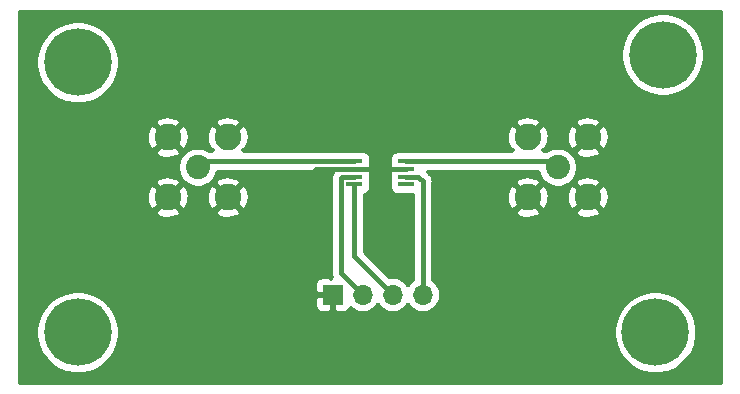
<source format=gbr>
G04 #@! TF.GenerationSoftware,KiCad,Pcbnew,(5.1.2)-2*
G04 #@! TF.CreationDate,2019-07-02T15:12:18+08:00*
G04 #@! TF.ProjectId,HMC346AMS8GE,484d4333-3436-4414-9d53-3847452e6b69,rev?*
G04 #@! TF.SameCoordinates,Original*
G04 #@! TF.FileFunction,Copper,L1,Top*
G04 #@! TF.FilePolarity,Positive*
%FSLAX46Y46*%
G04 Gerber Fmt 4.6, Leading zero omitted, Abs format (unit mm)*
G04 Created by KiCad (PCBNEW (5.1.2)-2) date 2019-07-02 15:12:18*
%MOMM*%
%LPD*%
G04 APERTURE LIST*
%ADD10C,2.250000*%
%ADD11C,2.050000*%
%ADD12R,1.700000X1.700000*%
%ADD13O,1.700000X1.700000*%
%ADD14C,5.700000*%
%ADD15R,1.450000X0.450000*%
%ADD16C,0.800000*%
%ADD17C,0.400000*%
%ADD18C,0.254000*%
G04 APERTURE END LIST*
D10*
X114300000Y-121285000D03*
X114300000Y-116205000D03*
X119380000Y-116205000D03*
X119380000Y-121285000D03*
D11*
X116840000Y-118745000D03*
D12*
X128270000Y-129540000D03*
D13*
X130810000Y-129540000D03*
X133350000Y-129540000D03*
X135890000Y-129540000D03*
D11*
X147320000Y-118745000D03*
D10*
X149860000Y-121285000D03*
X149860000Y-116205000D03*
X144780000Y-116205000D03*
X144780000Y-121285000D03*
D14*
X106680000Y-132715000D03*
X155575000Y-132715000D03*
X156210000Y-109220000D03*
X106680000Y-109855000D03*
D15*
X130085001Y-118240001D03*
X130085001Y-118890001D03*
X130085001Y-119540001D03*
X130085001Y-120190001D03*
X134485001Y-120190001D03*
X134485001Y-119540001D03*
X134485001Y-118890001D03*
X134485001Y-118240001D03*
D16*
X121920000Y-116840000D03*
X123190000Y-116840000D03*
X124460000Y-116840000D03*
X125730000Y-116840000D03*
X127000000Y-116840000D03*
X128270000Y-116840000D03*
X130175000Y-116840000D03*
X131445000Y-116840000D03*
X132715000Y-116840000D03*
X134620000Y-116840000D03*
X136525000Y-116840000D03*
X137795000Y-116840000D03*
X139065000Y-116840000D03*
X140335000Y-116840000D03*
X141605000Y-116840000D03*
X142240000Y-119380000D03*
X140970000Y-119380000D03*
X139700000Y-119380000D03*
X137795000Y-119380000D03*
X121920000Y-120015000D03*
X123190000Y-120015000D03*
X124460000Y-120015000D03*
X125730000Y-120015000D03*
X127000000Y-120015000D03*
X127000000Y-121285000D03*
X127000000Y-122555000D03*
X127000000Y-123825000D03*
X127000000Y-125095000D03*
X127000000Y-127000000D03*
X131445000Y-121920000D03*
X132715000Y-121920000D03*
X133985000Y-121920000D03*
X133985000Y-123190000D03*
X132715000Y-123190000D03*
X131445000Y-123190000D03*
X131445000Y-124460000D03*
X132715000Y-124460000D03*
X133985000Y-124460000D03*
X133985000Y-125730000D03*
X132715000Y-125730000D03*
X133985000Y-127635000D03*
X137160000Y-121920000D03*
X137160000Y-123190000D03*
X137160000Y-124460000D03*
X137160000Y-126365000D03*
X137160000Y-127635000D03*
X130175000Y-132080000D03*
X131445000Y-132080000D03*
X132715000Y-132080000D03*
X133985000Y-132080000D03*
X135255000Y-132080000D03*
X136525000Y-132080000D03*
X113665000Y-123825000D03*
X114935000Y-123825000D03*
X116205000Y-123825000D03*
X117475000Y-123825000D03*
X118745000Y-123825000D03*
X120015000Y-123825000D03*
X143510000Y-123825000D03*
X144780000Y-123825000D03*
X146050000Y-123825000D03*
X147320000Y-123825000D03*
X149225000Y-123825000D03*
X150495000Y-123825000D03*
X143510000Y-113665000D03*
X145415000Y-113665000D03*
X147955000Y-113665000D03*
X149225000Y-113665000D03*
X150495000Y-113665000D03*
X152400000Y-114935000D03*
X152400000Y-116205000D03*
X152400000Y-118110000D03*
X152400000Y-119380000D03*
X152400000Y-121285000D03*
X111760000Y-116205000D03*
X111760000Y-118110000D03*
X111760000Y-119380000D03*
X111760000Y-121285000D03*
X111760000Y-122555000D03*
X113030000Y-114300000D03*
X114935000Y-113665000D03*
X116205000Y-114300000D03*
X117475000Y-114300000D03*
X118745000Y-114300000D03*
X120015000Y-114300000D03*
D17*
X128960001Y-118890001D02*
X128935011Y-118865011D01*
X128935011Y-118865011D02*
X126879989Y-118865011D01*
X127020000Y-129540000D02*
X128270000Y-129540000D01*
X126879989Y-118865011D02*
X125730000Y-120015000D01*
X125730000Y-120015000D02*
X125730000Y-120015000D01*
X130085001Y-118890001D02*
X128960001Y-118890001D01*
X125730000Y-128250000D02*
X127020000Y-129540000D01*
X130085001Y-118890001D02*
X134485001Y-118890001D01*
X125730000Y-120015000D02*
X125730000Y-128250000D01*
X117344999Y-118240001D02*
X116840000Y-118745000D01*
X130085001Y-118240001D02*
X117344999Y-118240001D01*
X146815001Y-118240001D02*
X147320000Y-118745000D01*
X134485001Y-118240001D02*
X146815001Y-118240001D01*
X129960001Y-128690001D02*
X130810000Y-129540000D01*
X128960000Y-127690000D02*
X129960001Y-128690001D01*
X128960000Y-119645000D02*
X128960000Y-127690000D01*
X129064999Y-119540001D02*
X128960000Y-119645000D01*
X130085001Y-119540001D02*
X129064999Y-119540001D01*
X130085001Y-126275001D02*
X133350000Y-129540000D01*
X130085001Y-120190001D02*
X130085001Y-126275001D01*
X135890000Y-128337919D02*
X135890000Y-129540000D01*
X135890000Y-119924998D02*
X135890000Y-128337919D01*
X135505003Y-119540001D02*
X135890000Y-119924998D01*
X134485001Y-119540001D02*
X135505003Y-119540001D01*
D18*
G36*
X161163000Y-137033000D02*
G01*
X101727000Y-137033000D01*
X101727000Y-132371758D01*
X103195000Y-132371758D01*
X103195000Y-133058242D01*
X103328927Y-133731537D01*
X103591633Y-134365766D01*
X103973024Y-134936558D01*
X104458442Y-135421976D01*
X105029234Y-135803367D01*
X105663463Y-136066073D01*
X106336758Y-136200000D01*
X107023242Y-136200000D01*
X107696537Y-136066073D01*
X108330766Y-135803367D01*
X108901558Y-135421976D01*
X109386976Y-134936558D01*
X109768367Y-134365766D01*
X110031073Y-133731537D01*
X110165000Y-133058242D01*
X110165000Y-132371758D01*
X152090000Y-132371758D01*
X152090000Y-133058242D01*
X152223927Y-133731537D01*
X152486633Y-134365766D01*
X152868024Y-134936558D01*
X153353442Y-135421976D01*
X153924234Y-135803367D01*
X154558463Y-136066073D01*
X155231758Y-136200000D01*
X155918242Y-136200000D01*
X156591537Y-136066073D01*
X157225766Y-135803367D01*
X157796558Y-135421976D01*
X158281976Y-134936558D01*
X158663367Y-134365766D01*
X158926073Y-133731537D01*
X159060000Y-133058242D01*
X159060000Y-132371758D01*
X158926073Y-131698463D01*
X158663367Y-131064234D01*
X158281976Y-130493442D01*
X157796558Y-130008024D01*
X157225766Y-129626633D01*
X156591537Y-129363927D01*
X155918242Y-129230000D01*
X155231758Y-129230000D01*
X154558463Y-129363927D01*
X153924234Y-129626633D01*
X153353442Y-130008024D01*
X152868024Y-130493442D01*
X152486633Y-131064234D01*
X152223927Y-131698463D01*
X152090000Y-132371758D01*
X110165000Y-132371758D01*
X110031073Y-131698463D01*
X109768367Y-131064234D01*
X109386976Y-130493442D01*
X109283534Y-130390000D01*
X126781928Y-130390000D01*
X126794188Y-130514482D01*
X126830498Y-130634180D01*
X126889463Y-130744494D01*
X126968815Y-130841185D01*
X127065506Y-130920537D01*
X127175820Y-130979502D01*
X127295518Y-131015812D01*
X127420000Y-131028072D01*
X127984250Y-131025000D01*
X128143000Y-130866250D01*
X128143000Y-129667000D01*
X126943750Y-129667000D01*
X126785000Y-129825750D01*
X126781928Y-130390000D01*
X109283534Y-130390000D01*
X108901558Y-130008024D01*
X108330766Y-129626633D01*
X107696537Y-129363927D01*
X107023242Y-129230000D01*
X106336758Y-129230000D01*
X105663463Y-129363927D01*
X105029234Y-129626633D01*
X104458442Y-130008024D01*
X103973024Y-130493442D01*
X103591633Y-131064234D01*
X103328927Y-131698463D01*
X103195000Y-132371758D01*
X101727000Y-132371758D01*
X101727000Y-122509531D01*
X113255074Y-122509531D01*
X113365921Y-122786714D01*
X113676840Y-122940089D01*
X114011705Y-123029860D01*
X114357650Y-123052576D01*
X114701380Y-123007366D01*
X115029685Y-122895966D01*
X115234079Y-122786714D01*
X115344926Y-122509531D01*
X118335074Y-122509531D01*
X118445921Y-122786714D01*
X118756840Y-122940089D01*
X119091705Y-123029860D01*
X119437650Y-123052576D01*
X119781380Y-123007366D01*
X120109685Y-122895966D01*
X120314079Y-122786714D01*
X120424926Y-122509531D01*
X119380000Y-121464605D01*
X118335074Y-122509531D01*
X115344926Y-122509531D01*
X114300000Y-121464605D01*
X113255074Y-122509531D01*
X101727000Y-122509531D01*
X101727000Y-121342650D01*
X112532424Y-121342650D01*
X112577634Y-121686380D01*
X112689034Y-122014685D01*
X112798286Y-122219079D01*
X113075469Y-122329926D01*
X114120395Y-121285000D01*
X114479605Y-121285000D01*
X115524531Y-122329926D01*
X115801714Y-122219079D01*
X115955089Y-121908160D01*
X116044860Y-121573295D01*
X116060004Y-121342650D01*
X117612424Y-121342650D01*
X117657634Y-121686380D01*
X117769034Y-122014685D01*
X117878286Y-122219079D01*
X118155469Y-122329926D01*
X119200395Y-121285000D01*
X119559605Y-121285000D01*
X120604531Y-122329926D01*
X120881714Y-122219079D01*
X121035089Y-121908160D01*
X121124860Y-121573295D01*
X121147576Y-121227350D01*
X121102366Y-120883620D01*
X120990966Y-120555315D01*
X120881714Y-120350921D01*
X120604531Y-120240074D01*
X119559605Y-121285000D01*
X119200395Y-121285000D01*
X118155469Y-120240074D01*
X117878286Y-120350921D01*
X117724911Y-120661840D01*
X117635140Y-120996705D01*
X117612424Y-121342650D01*
X116060004Y-121342650D01*
X116067576Y-121227350D01*
X116022366Y-120883620D01*
X115910966Y-120555315D01*
X115801714Y-120350921D01*
X115524531Y-120240074D01*
X114479605Y-121285000D01*
X114120395Y-121285000D01*
X113075469Y-120240074D01*
X112798286Y-120350921D01*
X112644911Y-120661840D01*
X112555140Y-120996705D01*
X112532424Y-121342650D01*
X101727000Y-121342650D01*
X101727000Y-120060469D01*
X113255074Y-120060469D01*
X114300000Y-121105395D01*
X115344926Y-120060469D01*
X115234079Y-119783286D01*
X114923160Y-119629911D01*
X114588295Y-119540140D01*
X114242350Y-119517424D01*
X113898620Y-119562634D01*
X113570315Y-119674034D01*
X113365921Y-119783286D01*
X113255074Y-120060469D01*
X101727000Y-120060469D01*
X101727000Y-118581504D01*
X115180000Y-118581504D01*
X115180000Y-118908496D01*
X115243793Y-119229204D01*
X115368927Y-119531305D01*
X115550594Y-119803188D01*
X115781812Y-120034406D01*
X116053695Y-120216073D01*
X116355796Y-120341207D01*
X116676504Y-120405000D01*
X117003496Y-120405000D01*
X117324204Y-120341207D01*
X117626305Y-120216073D01*
X117859182Y-120060469D01*
X118335074Y-120060469D01*
X119380000Y-121105395D01*
X120424926Y-120060469D01*
X120314079Y-119783286D01*
X120003160Y-119629911D01*
X119668295Y-119540140D01*
X119322350Y-119517424D01*
X118978620Y-119562634D01*
X118650315Y-119674034D01*
X118445921Y-119783286D01*
X118335074Y-120060469D01*
X117859182Y-120060469D01*
X117898188Y-120034406D01*
X118129406Y-119803188D01*
X118311073Y-119531305D01*
X118436207Y-119229204D01*
X118466880Y-119075001D01*
X128347594Y-119075001D01*
X128262365Y-119178854D01*
X128262364Y-119178855D01*
X128184828Y-119323914D01*
X128137082Y-119481312D01*
X128120960Y-119645000D01*
X128125000Y-119686019D01*
X128125001Y-127648971D01*
X128120960Y-127690000D01*
X128137082Y-127853688D01*
X128184828Y-128011086D01*
X128208301Y-128055000D01*
X128142998Y-128055000D01*
X128142998Y-128213748D01*
X127984250Y-128055000D01*
X127420000Y-128051928D01*
X127295518Y-128064188D01*
X127175820Y-128100498D01*
X127065506Y-128159463D01*
X126968815Y-128238815D01*
X126889463Y-128335506D01*
X126830498Y-128445820D01*
X126794188Y-128565518D01*
X126781928Y-128690000D01*
X126785000Y-129254250D01*
X126943750Y-129413000D01*
X128143000Y-129413000D01*
X128143000Y-129393000D01*
X128397000Y-129393000D01*
X128397000Y-129413000D01*
X128417000Y-129413000D01*
X128417000Y-129667000D01*
X128397000Y-129667000D01*
X128397000Y-130866250D01*
X128555750Y-131025000D01*
X129120000Y-131028072D01*
X129244482Y-131015812D01*
X129364180Y-130979502D01*
X129474494Y-130920537D01*
X129571185Y-130841185D01*
X129650537Y-130744494D01*
X129709502Y-130634180D01*
X129730393Y-130565313D01*
X129754866Y-130595134D01*
X129980986Y-130780706D01*
X130238966Y-130918599D01*
X130518889Y-131003513D01*
X130737050Y-131025000D01*
X130882950Y-131025000D01*
X131101111Y-131003513D01*
X131381034Y-130918599D01*
X131639014Y-130780706D01*
X131865134Y-130595134D01*
X132050706Y-130369014D01*
X132080000Y-130314209D01*
X132109294Y-130369014D01*
X132294866Y-130595134D01*
X132520986Y-130780706D01*
X132778966Y-130918599D01*
X133058889Y-131003513D01*
X133277050Y-131025000D01*
X133422950Y-131025000D01*
X133641111Y-131003513D01*
X133921034Y-130918599D01*
X134179014Y-130780706D01*
X134405134Y-130595134D01*
X134590706Y-130369014D01*
X134620000Y-130314209D01*
X134649294Y-130369014D01*
X134834866Y-130595134D01*
X135060986Y-130780706D01*
X135318966Y-130918599D01*
X135598889Y-131003513D01*
X135817050Y-131025000D01*
X135962950Y-131025000D01*
X136181111Y-131003513D01*
X136461034Y-130918599D01*
X136719014Y-130780706D01*
X136945134Y-130595134D01*
X137130706Y-130369014D01*
X137268599Y-130111034D01*
X137353513Y-129831111D01*
X137382185Y-129540000D01*
X137353513Y-129248889D01*
X137268599Y-128968966D01*
X137130706Y-128710986D01*
X136945134Y-128484866D01*
X136725000Y-128304207D01*
X136725000Y-122509531D01*
X143735074Y-122509531D01*
X143845921Y-122786714D01*
X144156840Y-122940089D01*
X144491705Y-123029860D01*
X144837650Y-123052576D01*
X145181380Y-123007366D01*
X145509685Y-122895966D01*
X145714079Y-122786714D01*
X145824926Y-122509531D01*
X148815074Y-122509531D01*
X148925921Y-122786714D01*
X149236840Y-122940089D01*
X149571705Y-123029860D01*
X149917650Y-123052576D01*
X150261380Y-123007366D01*
X150589685Y-122895966D01*
X150794079Y-122786714D01*
X150904926Y-122509531D01*
X149860000Y-121464605D01*
X148815074Y-122509531D01*
X145824926Y-122509531D01*
X144780000Y-121464605D01*
X143735074Y-122509531D01*
X136725000Y-122509531D01*
X136725000Y-121342650D01*
X143012424Y-121342650D01*
X143057634Y-121686380D01*
X143169034Y-122014685D01*
X143278286Y-122219079D01*
X143555469Y-122329926D01*
X144600395Y-121285000D01*
X144959605Y-121285000D01*
X146004531Y-122329926D01*
X146281714Y-122219079D01*
X146435089Y-121908160D01*
X146524860Y-121573295D01*
X146540004Y-121342650D01*
X148092424Y-121342650D01*
X148137634Y-121686380D01*
X148249034Y-122014685D01*
X148358286Y-122219079D01*
X148635469Y-122329926D01*
X149680395Y-121285000D01*
X150039605Y-121285000D01*
X151084531Y-122329926D01*
X151361714Y-122219079D01*
X151515089Y-121908160D01*
X151604860Y-121573295D01*
X151627576Y-121227350D01*
X151582366Y-120883620D01*
X151470966Y-120555315D01*
X151361714Y-120350921D01*
X151084531Y-120240074D01*
X150039605Y-121285000D01*
X149680395Y-121285000D01*
X148635469Y-120240074D01*
X148358286Y-120350921D01*
X148204911Y-120661840D01*
X148115140Y-120996705D01*
X148092424Y-121342650D01*
X146540004Y-121342650D01*
X146547576Y-121227350D01*
X146502366Y-120883620D01*
X146390966Y-120555315D01*
X146281714Y-120350921D01*
X146004531Y-120240074D01*
X144959605Y-121285000D01*
X144600395Y-121285000D01*
X143555469Y-120240074D01*
X143278286Y-120350921D01*
X143124911Y-120661840D01*
X143035140Y-120996705D01*
X143012424Y-121342650D01*
X136725000Y-121342650D01*
X136725000Y-120060469D01*
X143735074Y-120060469D01*
X144780000Y-121105395D01*
X145824926Y-120060469D01*
X145714079Y-119783286D01*
X145403160Y-119629911D01*
X145068295Y-119540140D01*
X144722350Y-119517424D01*
X144378620Y-119562634D01*
X144050315Y-119674034D01*
X143845921Y-119783286D01*
X143735074Y-120060469D01*
X136725000Y-120060469D01*
X136725000Y-119966016D01*
X136729040Y-119924998D01*
X136712918Y-119761309D01*
X136665172Y-119603911D01*
X136643109Y-119562634D01*
X136587636Y-119458852D01*
X136483291Y-119331707D01*
X136451422Y-119305553D01*
X136220870Y-119075001D01*
X145693120Y-119075001D01*
X145723793Y-119229204D01*
X145848927Y-119531305D01*
X146030594Y-119803188D01*
X146261812Y-120034406D01*
X146533695Y-120216073D01*
X146835796Y-120341207D01*
X147156504Y-120405000D01*
X147483496Y-120405000D01*
X147804204Y-120341207D01*
X148106305Y-120216073D01*
X148339182Y-120060469D01*
X148815074Y-120060469D01*
X149860000Y-121105395D01*
X150904926Y-120060469D01*
X150794079Y-119783286D01*
X150483160Y-119629911D01*
X150148295Y-119540140D01*
X149802350Y-119517424D01*
X149458620Y-119562634D01*
X149130315Y-119674034D01*
X148925921Y-119783286D01*
X148815074Y-120060469D01*
X148339182Y-120060469D01*
X148378188Y-120034406D01*
X148609406Y-119803188D01*
X148791073Y-119531305D01*
X148916207Y-119229204D01*
X148980000Y-118908496D01*
X148980000Y-118581504D01*
X148916207Y-118260796D01*
X148791073Y-117958695D01*
X148609406Y-117686812D01*
X148378188Y-117455594D01*
X148339183Y-117429531D01*
X148815074Y-117429531D01*
X148925921Y-117706714D01*
X149236840Y-117860089D01*
X149571705Y-117949860D01*
X149917650Y-117972576D01*
X150261380Y-117927366D01*
X150589685Y-117815966D01*
X150794079Y-117706714D01*
X150904926Y-117429531D01*
X149860000Y-116384605D01*
X148815074Y-117429531D01*
X148339183Y-117429531D01*
X148106305Y-117273927D01*
X147804204Y-117148793D01*
X147483496Y-117085000D01*
X147156504Y-117085000D01*
X146835796Y-117148793D01*
X146533695Y-117273927D01*
X146337530Y-117405001D01*
X146080189Y-117405001D01*
X146119899Y-117365291D01*
X146004533Y-117249925D01*
X146281714Y-117139079D01*
X146435089Y-116828160D01*
X146524860Y-116493295D01*
X146540004Y-116262650D01*
X148092424Y-116262650D01*
X148137634Y-116606380D01*
X148249034Y-116934685D01*
X148358286Y-117139079D01*
X148635469Y-117249926D01*
X149680395Y-116205000D01*
X150039605Y-116205000D01*
X151084531Y-117249926D01*
X151361714Y-117139079D01*
X151515089Y-116828160D01*
X151604860Y-116493295D01*
X151627576Y-116147350D01*
X151582366Y-115803620D01*
X151470966Y-115475315D01*
X151361714Y-115270921D01*
X151084531Y-115160074D01*
X150039605Y-116205000D01*
X149680395Y-116205000D01*
X148635469Y-115160074D01*
X148358286Y-115270921D01*
X148204911Y-115581840D01*
X148115140Y-115916705D01*
X148092424Y-116262650D01*
X146540004Y-116262650D01*
X146547576Y-116147350D01*
X146502366Y-115803620D01*
X146390966Y-115475315D01*
X146281714Y-115270921D01*
X146004531Y-115160074D01*
X144959605Y-116205000D01*
X144973748Y-116219143D01*
X144794143Y-116398748D01*
X144780000Y-116384605D01*
X144765858Y-116398748D01*
X144586253Y-116219143D01*
X144600395Y-116205000D01*
X143555469Y-115160074D01*
X143278286Y-115270921D01*
X143124911Y-115581840D01*
X143035140Y-115916705D01*
X143012424Y-116262650D01*
X143057634Y-116606380D01*
X143169034Y-116934685D01*
X143278286Y-117139079D01*
X143555467Y-117249925D01*
X143440101Y-117365291D01*
X143479811Y-117405001D01*
X135386608Y-117405001D01*
X135334483Y-117389189D01*
X135210001Y-117376929D01*
X133760001Y-117376929D01*
X133635519Y-117389189D01*
X133515821Y-117425499D01*
X133405507Y-117484464D01*
X133308816Y-117563816D01*
X133229464Y-117660507D01*
X133170499Y-117770821D01*
X133134189Y-117890519D01*
X133121929Y-118015001D01*
X133121929Y-118465001D01*
X133132096Y-118568228D01*
X133125001Y-118633251D01*
X133157248Y-118665498D01*
X133170499Y-118709181D01*
X133229464Y-118819495D01*
X133287327Y-118890001D01*
X133229464Y-118960507D01*
X133170499Y-119070821D01*
X133157248Y-119114504D01*
X133125001Y-119146751D01*
X133132096Y-119211774D01*
X133121929Y-119315001D01*
X133121929Y-119765001D01*
X133131778Y-119865001D01*
X133121929Y-119965001D01*
X133121929Y-120415001D01*
X133134189Y-120539483D01*
X133170499Y-120659181D01*
X133229464Y-120769495D01*
X133308816Y-120866186D01*
X133405507Y-120945538D01*
X133515821Y-121004503D01*
X133635519Y-121040813D01*
X133760001Y-121053073D01*
X135055000Y-121053073D01*
X135055001Y-128296891D01*
X135055000Y-128296901D01*
X135055000Y-128304207D01*
X134834866Y-128484866D01*
X134649294Y-128710986D01*
X134620000Y-128765791D01*
X134590706Y-128710986D01*
X134405134Y-128484866D01*
X134179014Y-128299294D01*
X133921034Y-128161401D01*
X133641111Y-128076487D01*
X133422950Y-128055000D01*
X133277050Y-128055000D01*
X133066596Y-128075728D01*
X130920001Y-125929134D01*
X130920001Y-121042239D01*
X130934483Y-121040813D01*
X131054181Y-121004503D01*
X131164495Y-120945538D01*
X131261186Y-120866186D01*
X131340538Y-120769495D01*
X131399503Y-120659181D01*
X131435813Y-120539483D01*
X131448073Y-120415001D01*
X131448073Y-119965001D01*
X131438224Y-119865001D01*
X131448073Y-119765001D01*
X131448073Y-119315001D01*
X131437906Y-119211774D01*
X131445001Y-119146751D01*
X131412754Y-119114504D01*
X131399503Y-119070821D01*
X131340538Y-118960507D01*
X131282675Y-118890001D01*
X131340538Y-118819495D01*
X131399503Y-118709181D01*
X131412754Y-118665498D01*
X131445001Y-118633251D01*
X131437906Y-118568228D01*
X131448073Y-118465001D01*
X131448073Y-118015001D01*
X131435813Y-117890519D01*
X131399503Y-117770821D01*
X131340538Y-117660507D01*
X131261186Y-117563816D01*
X131164495Y-117484464D01*
X131054181Y-117425499D01*
X130934483Y-117389189D01*
X130810001Y-117376929D01*
X129360001Y-117376929D01*
X129235519Y-117389189D01*
X129183394Y-117405001D01*
X120680189Y-117405001D01*
X120719899Y-117365291D01*
X120604533Y-117249925D01*
X120881714Y-117139079D01*
X121035089Y-116828160D01*
X121124860Y-116493295D01*
X121147576Y-116147350D01*
X121102366Y-115803620D01*
X120990966Y-115475315D01*
X120881714Y-115270921D01*
X120604531Y-115160074D01*
X119559605Y-116205000D01*
X119573748Y-116219143D01*
X119394143Y-116398748D01*
X119380000Y-116384605D01*
X119365858Y-116398748D01*
X119186253Y-116219143D01*
X119200395Y-116205000D01*
X118155469Y-115160074D01*
X117878286Y-115270921D01*
X117724911Y-115581840D01*
X117635140Y-115916705D01*
X117612424Y-116262650D01*
X117657634Y-116606380D01*
X117769034Y-116934685D01*
X117878286Y-117139079D01*
X118155467Y-117249925D01*
X118040101Y-117365291D01*
X118079811Y-117405001D01*
X117822470Y-117405001D01*
X117626305Y-117273927D01*
X117324204Y-117148793D01*
X117003496Y-117085000D01*
X116676504Y-117085000D01*
X116355796Y-117148793D01*
X116053695Y-117273927D01*
X115781812Y-117455594D01*
X115550594Y-117686812D01*
X115368927Y-117958695D01*
X115243793Y-118260796D01*
X115180000Y-118581504D01*
X101727000Y-118581504D01*
X101727000Y-117429531D01*
X113255074Y-117429531D01*
X113365921Y-117706714D01*
X113676840Y-117860089D01*
X114011705Y-117949860D01*
X114357650Y-117972576D01*
X114701380Y-117927366D01*
X115029685Y-117815966D01*
X115234079Y-117706714D01*
X115344926Y-117429531D01*
X114300000Y-116384605D01*
X113255074Y-117429531D01*
X101727000Y-117429531D01*
X101727000Y-116262650D01*
X112532424Y-116262650D01*
X112577634Y-116606380D01*
X112689034Y-116934685D01*
X112798286Y-117139079D01*
X113075469Y-117249926D01*
X114120395Y-116205000D01*
X114479605Y-116205000D01*
X115524531Y-117249926D01*
X115801714Y-117139079D01*
X115955089Y-116828160D01*
X116044860Y-116493295D01*
X116067576Y-116147350D01*
X116022366Y-115803620D01*
X115910966Y-115475315D01*
X115801714Y-115270921D01*
X115524531Y-115160074D01*
X114479605Y-116205000D01*
X114120395Y-116205000D01*
X113075469Y-115160074D01*
X112798286Y-115270921D01*
X112644911Y-115581840D01*
X112555140Y-115916705D01*
X112532424Y-116262650D01*
X101727000Y-116262650D01*
X101727000Y-114980469D01*
X113255074Y-114980469D01*
X114300000Y-116025395D01*
X115344926Y-114980469D01*
X118335074Y-114980469D01*
X119380000Y-116025395D01*
X120424926Y-114980469D01*
X143735074Y-114980469D01*
X144780000Y-116025395D01*
X145824926Y-114980469D01*
X148815074Y-114980469D01*
X149860000Y-116025395D01*
X150904926Y-114980469D01*
X150794079Y-114703286D01*
X150483160Y-114549911D01*
X150148295Y-114460140D01*
X149802350Y-114437424D01*
X149458620Y-114482634D01*
X149130315Y-114594034D01*
X148925921Y-114703286D01*
X148815074Y-114980469D01*
X145824926Y-114980469D01*
X145714079Y-114703286D01*
X145403160Y-114549911D01*
X145068295Y-114460140D01*
X144722350Y-114437424D01*
X144378620Y-114482634D01*
X144050315Y-114594034D01*
X143845921Y-114703286D01*
X143735074Y-114980469D01*
X120424926Y-114980469D01*
X120314079Y-114703286D01*
X120003160Y-114549911D01*
X119668295Y-114460140D01*
X119322350Y-114437424D01*
X118978620Y-114482634D01*
X118650315Y-114594034D01*
X118445921Y-114703286D01*
X118335074Y-114980469D01*
X115344926Y-114980469D01*
X115234079Y-114703286D01*
X114923160Y-114549911D01*
X114588295Y-114460140D01*
X114242350Y-114437424D01*
X113898620Y-114482634D01*
X113570315Y-114594034D01*
X113365921Y-114703286D01*
X113255074Y-114980469D01*
X101727000Y-114980469D01*
X101727000Y-109511758D01*
X103195000Y-109511758D01*
X103195000Y-110198242D01*
X103328927Y-110871537D01*
X103591633Y-111505766D01*
X103973024Y-112076558D01*
X104458442Y-112561976D01*
X105029234Y-112943367D01*
X105663463Y-113206073D01*
X106336758Y-113340000D01*
X107023242Y-113340000D01*
X107696537Y-113206073D01*
X108330766Y-112943367D01*
X108901558Y-112561976D01*
X109386976Y-112076558D01*
X109768367Y-111505766D01*
X110031073Y-110871537D01*
X110165000Y-110198242D01*
X110165000Y-109511758D01*
X110038691Y-108876758D01*
X152725000Y-108876758D01*
X152725000Y-109563242D01*
X152858927Y-110236537D01*
X153121633Y-110870766D01*
X153503024Y-111441558D01*
X153988442Y-111926976D01*
X154559234Y-112308367D01*
X155193463Y-112571073D01*
X155866758Y-112705000D01*
X156553242Y-112705000D01*
X157226537Y-112571073D01*
X157860766Y-112308367D01*
X158431558Y-111926976D01*
X158916976Y-111441558D01*
X159298367Y-110870766D01*
X159561073Y-110236537D01*
X159695000Y-109563242D01*
X159695000Y-108876758D01*
X159561073Y-108203463D01*
X159298367Y-107569234D01*
X158916976Y-106998442D01*
X158431558Y-106513024D01*
X157860766Y-106131633D01*
X157226537Y-105868927D01*
X156553242Y-105735000D01*
X155866758Y-105735000D01*
X155193463Y-105868927D01*
X154559234Y-106131633D01*
X153988442Y-106513024D01*
X153503024Y-106998442D01*
X153121633Y-107569234D01*
X152858927Y-108203463D01*
X152725000Y-108876758D01*
X110038691Y-108876758D01*
X110031073Y-108838463D01*
X109768367Y-108204234D01*
X109386976Y-107633442D01*
X108901558Y-107148024D01*
X108330766Y-106766633D01*
X107696537Y-106503927D01*
X107023242Y-106370000D01*
X106336758Y-106370000D01*
X105663463Y-106503927D01*
X105029234Y-106766633D01*
X104458442Y-107148024D01*
X103973024Y-107633442D01*
X103591633Y-108204234D01*
X103328927Y-108838463D01*
X103195000Y-109511758D01*
X101727000Y-109511758D01*
X101727000Y-105537000D01*
X161163000Y-105537000D01*
X161163000Y-137033000D01*
X161163000Y-137033000D01*
G37*
X161163000Y-137033000D02*
X101727000Y-137033000D01*
X101727000Y-132371758D01*
X103195000Y-132371758D01*
X103195000Y-133058242D01*
X103328927Y-133731537D01*
X103591633Y-134365766D01*
X103973024Y-134936558D01*
X104458442Y-135421976D01*
X105029234Y-135803367D01*
X105663463Y-136066073D01*
X106336758Y-136200000D01*
X107023242Y-136200000D01*
X107696537Y-136066073D01*
X108330766Y-135803367D01*
X108901558Y-135421976D01*
X109386976Y-134936558D01*
X109768367Y-134365766D01*
X110031073Y-133731537D01*
X110165000Y-133058242D01*
X110165000Y-132371758D01*
X152090000Y-132371758D01*
X152090000Y-133058242D01*
X152223927Y-133731537D01*
X152486633Y-134365766D01*
X152868024Y-134936558D01*
X153353442Y-135421976D01*
X153924234Y-135803367D01*
X154558463Y-136066073D01*
X155231758Y-136200000D01*
X155918242Y-136200000D01*
X156591537Y-136066073D01*
X157225766Y-135803367D01*
X157796558Y-135421976D01*
X158281976Y-134936558D01*
X158663367Y-134365766D01*
X158926073Y-133731537D01*
X159060000Y-133058242D01*
X159060000Y-132371758D01*
X158926073Y-131698463D01*
X158663367Y-131064234D01*
X158281976Y-130493442D01*
X157796558Y-130008024D01*
X157225766Y-129626633D01*
X156591537Y-129363927D01*
X155918242Y-129230000D01*
X155231758Y-129230000D01*
X154558463Y-129363927D01*
X153924234Y-129626633D01*
X153353442Y-130008024D01*
X152868024Y-130493442D01*
X152486633Y-131064234D01*
X152223927Y-131698463D01*
X152090000Y-132371758D01*
X110165000Y-132371758D01*
X110031073Y-131698463D01*
X109768367Y-131064234D01*
X109386976Y-130493442D01*
X109283534Y-130390000D01*
X126781928Y-130390000D01*
X126794188Y-130514482D01*
X126830498Y-130634180D01*
X126889463Y-130744494D01*
X126968815Y-130841185D01*
X127065506Y-130920537D01*
X127175820Y-130979502D01*
X127295518Y-131015812D01*
X127420000Y-131028072D01*
X127984250Y-131025000D01*
X128143000Y-130866250D01*
X128143000Y-129667000D01*
X126943750Y-129667000D01*
X126785000Y-129825750D01*
X126781928Y-130390000D01*
X109283534Y-130390000D01*
X108901558Y-130008024D01*
X108330766Y-129626633D01*
X107696537Y-129363927D01*
X107023242Y-129230000D01*
X106336758Y-129230000D01*
X105663463Y-129363927D01*
X105029234Y-129626633D01*
X104458442Y-130008024D01*
X103973024Y-130493442D01*
X103591633Y-131064234D01*
X103328927Y-131698463D01*
X103195000Y-132371758D01*
X101727000Y-132371758D01*
X101727000Y-122509531D01*
X113255074Y-122509531D01*
X113365921Y-122786714D01*
X113676840Y-122940089D01*
X114011705Y-123029860D01*
X114357650Y-123052576D01*
X114701380Y-123007366D01*
X115029685Y-122895966D01*
X115234079Y-122786714D01*
X115344926Y-122509531D01*
X118335074Y-122509531D01*
X118445921Y-122786714D01*
X118756840Y-122940089D01*
X119091705Y-123029860D01*
X119437650Y-123052576D01*
X119781380Y-123007366D01*
X120109685Y-122895966D01*
X120314079Y-122786714D01*
X120424926Y-122509531D01*
X119380000Y-121464605D01*
X118335074Y-122509531D01*
X115344926Y-122509531D01*
X114300000Y-121464605D01*
X113255074Y-122509531D01*
X101727000Y-122509531D01*
X101727000Y-121342650D01*
X112532424Y-121342650D01*
X112577634Y-121686380D01*
X112689034Y-122014685D01*
X112798286Y-122219079D01*
X113075469Y-122329926D01*
X114120395Y-121285000D01*
X114479605Y-121285000D01*
X115524531Y-122329926D01*
X115801714Y-122219079D01*
X115955089Y-121908160D01*
X116044860Y-121573295D01*
X116060004Y-121342650D01*
X117612424Y-121342650D01*
X117657634Y-121686380D01*
X117769034Y-122014685D01*
X117878286Y-122219079D01*
X118155469Y-122329926D01*
X119200395Y-121285000D01*
X119559605Y-121285000D01*
X120604531Y-122329926D01*
X120881714Y-122219079D01*
X121035089Y-121908160D01*
X121124860Y-121573295D01*
X121147576Y-121227350D01*
X121102366Y-120883620D01*
X120990966Y-120555315D01*
X120881714Y-120350921D01*
X120604531Y-120240074D01*
X119559605Y-121285000D01*
X119200395Y-121285000D01*
X118155469Y-120240074D01*
X117878286Y-120350921D01*
X117724911Y-120661840D01*
X117635140Y-120996705D01*
X117612424Y-121342650D01*
X116060004Y-121342650D01*
X116067576Y-121227350D01*
X116022366Y-120883620D01*
X115910966Y-120555315D01*
X115801714Y-120350921D01*
X115524531Y-120240074D01*
X114479605Y-121285000D01*
X114120395Y-121285000D01*
X113075469Y-120240074D01*
X112798286Y-120350921D01*
X112644911Y-120661840D01*
X112555140Y-120996705D01*
X112532424Y-121342650D01*
X101727000Y-121342650D01*
X101727000Y-120060469D01*
X113255074Y-120060469D01*
X114300000Y-121105395D01*
X115344926Y-120060469D01*
X115234079Y-119783286D01*
X114923160Y-119629911D01*
X114588295Y-119540140D01*
X114242350Y-119517424D01*
X113898620Y-119562634D01*
X113570315Y-119674034D01*
X113365921Y-119783286D01*
X113255074Y-120060469D01*
X101727000Y-120060469D01*
X101727000Y-118581504D01*
X115180000Y-118581504D01*
X115180000Y-118908496D01*
X115243793Y-119229204D01*
X115368927Y-119531305D01*
X115550594Y-119803188D01*
X115781812Y-120034406D01*
X116053695Y-120216073D01*
X116355796Y-120341207D01*
X116676504Y-120405000D01*
X117003496Y-120405000D01*
X117324204Y-120341207D01*
X117626305Y-120216073D01*
X117859182Y-120060469D01*
X118335074Y-120060469D01*
X119380000Y-121105395D01*
X120424926Y-120060469D01*
X120314079Y-119783286D01*
X120003160Y-119629911D01*
X119668295Y-119540140D01*
X119322350Y-119517424D01*
X118978620Y-119562634D01*
X118650315Y-119674034D01*
X118445921Y-119783286D01*
X118335074Y-120060469D01*
X117859182Y-120060469D01*
X117898188Y-120034406D01*
X118129406Y-119803188D01*
X118311073Y-119531305D01*
X118436207Y-119229204D01*
X118466880Y-119075001D01*
X128347594Y-119075001D01*
X128262365Y-119178854D01*
X128262364Y-119178855D01*
X128184828Y-119323914D01*
X128137082Y-119481312D01*
X128120960Y-119645000D01*
X128125000Y-119686019D01*
X128125001Y-127648971D01*
X128120960Y-127690000D01*
X128137082Y-127853688D01*
X128184828Y-128011086D01*
X128208301Y-128055000D01*
X128142998Y-128055000D01*
X128142998Y-128213748D01*
X127984250Y-128055000D01*
X127420000Y-128051928D01*
X127295518Y-128064188D01*
X127175820Y-128100498D01*
X127065506Y-128159463D01*
X126968815Y-128238815D01*
X126889463Y-128335506D01*
X126830498Y-128445820D01*
X126794188Y-128565518D01*
X126781928Y-128690000D01*
X126785000Y-129254250D01*
X126943750Y-129413000D01*
X128143000Y-129413000D01*
X128143000Y-129393000D01*
X128397000Y-129393000D01*
X128397000Y-129413000D01*
X128417000Y-129413000D01*
X128417000Y-129667000D01*
X128397000Y-129667000D01*
X128397000Y-130866250D01*
X128555750Y-131025000D01*
X129120000Y-131028072D01*
X129244482Y-131015812D01*
X129364180Y-130979502D01*
X129474494Y-130920537D01*
X129571185Y-130841185D01*
X129650537Y-130744494D01*
X129709502Y-130634180D01*
X129730393Y-130565313D01*
X129754866Y-130595134D01*
X129980986Y-130780706D01*
X130238966Y-130918599D01*
X130518889Y-131003513D01*
X130737050Y-131025000D01*
X130882950Y-131025000D01*
X131101111Y-131003513D01*
X131381034Y-130918599D01*
X131639014Y-130780706D01*
X131865134Y-130595134D01*
X132050706Y-130369014D01*
X132080000Y-130314209D01*
X132109294Y-130369014D01*
X132294866Y-130595134D01*
X132520986Y-130780706D01*
X132778966Y-130918599D01*
X133058889Y-131003513D01*
X133277050Y-131025000D01*
X133422950Y-131025000D01*
X133641111Y-131003513D01*
X133921034Y-130918599D01*
X134179014Y-130780706D01*
X134405134Y-130595134D01*
X134590706Y-130369014D01*
X134620000Y-130314209D01*
X134649294Y-130369014D01*
X134834866Y-130595134D01*
X135060986Y-130780706D01*
X135318966Y-130918599D01*
X135598889Y-131003513D01*
X135817050Y-131025000D01*
X135962950Y-131025000D01*
X136181111Y-131003513D01*
X136461034Y-130918599D01*
X136719014Y-130780706D01*
X136945134Y-130595134D01*
X137130706Y-130369014D01*
X137268599Y-130111034D01*
X137353513Y-129831111D01*
X137382185Y-129540000D01*
X137353513Y-129248889D01*
X137268599Y-128968966D01*
X137130706Y-128710986D01*
X136945134Y-128484866D01*
X136725000Y-128304207D01*
X136725000Y-122509531D01*
X143735074Y-122509531D01*
X143845921Y-122786714D01*
X144156840Y-122940089D01*
X144491705Y-123029860D01*
X144837650Y-123052576D01*
X145181380Y-123007366D01*
X145509685Y-122895966D01*
X145714079Y-122786714D01*
X145824926Y-122509531D01*
X148815074Y-122509531D01*
X148925921Y-122786714D01*
X149236840Y-122940089D01*
X149571705Y-123029860D01*
X149917650Y-123052576D01*
X150261380Y-123007366D01*
X150589685Y-122895966D01*
X150794079Y-122786714D01*
X150904926Y-122509531D01*
X149860000Y-121464605D01*
X148815074Y-122509531D01*
X145824926Y-122509531D01*
X144780000Y-121464605D01*
X143735074Y-122509531D01*
X136725000Y-122509531D01*
X136725000Y-121342650D01*
X143012424Y-121342650D01*
X143057634Y-121686380D01*
X143169034Y-122014685D01*
X143278286Y-122219079D01*
X143555469Y-122329926D01*
X144600395Y-121285000D01*
X144959605Y-121285000D01*
X146004531Y-122329926D01*
X146281714Y-122219079D01*
X146435089Y-121908160D01*
X146524860Y-121573295D01*
X146540004Y-121342650D01*
X148092424Y-121342650D01*
X148137634Y-121686380D01*
X148249034Y-122014685D01*
X148358286Y-122219079D01*
X148635469Y-122329926D01*
X149680395Y-121285000D01*
X150039605Y-121285000D01*
X151084531Y-122329926D01*
X151361714Y-122219079D01*
X151515089Y-121908160D01*
X151604860Y-121573295D01*
X151627576Y-121227350D01*
X151582366Y-120883620D01*
X151470966Y-120555315D01*
X151361714Y-120350921D01*
X151084531Y-120240074D01*
X150039605Y-121285000D01*
X149680395Y-121285000D01*
X148635469Y-120240074D01*
X148358286Y-120350921D01*
X148204911Y-120661840D01*
X148115140Y-120996705D01*
X148092424Y-121342650D01*
X146540004Y-121342650D01*
X146547576Y-121227350D01*
X146502366Y-120883620D01*
X146390966Y-120555315D01*
X146281714Y-120350921D01*
X146004531Y-120240074D01*
X144959605Y-121285000D01*
X144600395Y-121285000D01*
X143555469Y-120240074D01*
X143278286Y-120350921D01*
X143124911Y-120661840D01*
X143035140Y-120996705D01*
X143012424Y-121342650D01*
X136725000Y-121342650D01*
X136725000Y-120060469D01*
X143735074Y-120060469D01*
X144780000Y-121105395D01*
X145824926Y-120060469D01*
X145714079Y-119783286D01*
X145403160Y-119629911D01*
X145068295Y-119540140D01*
X144722350Y-119517424D01*
X144378620Y-119562634D01*
X144050315Y-119674034D01*
X143845921Y-119783286D01*
X143735074Y-120060469D01*
X136725000Y-120060469D01*
X136725000Y-119966016D01*
X136729040Y-119924998D01*
X136712918Y-119761309D01*
X136665172Y-119603911D01*
X136643109Y-119562634D01*
X136587636Y-119458852D01*
X136483291Y-119331707D01*
X136451422Y-119305553D01*
X136220870Y-119075001D01*
X145693120Y-119075001D01*
X145723793Y-119229204D01*
X145848927Y-119531305D01*
X146030594Y-119803188D01*
X146261812Y-120034406D01*
X146533695Y-120216073D01*
X146835796Y-120341207D01*
X147156504Y-120405000D01*
X147483496Y-120405000D01*
X147804204Y-120341207D01*
X148106305Y-120216073D01*
X148339182Y-120060469D01*
X148815074Y-120060469D01*
X149860000Y-121105395D01*
X150904926Y-120060469D01*
X150794079Y-119783286D01*
X150483160Y-119629911D01*
X150148295Y-119540140D01*
X149802350Y-119517424D01*
X149458620Y-119562634D01*
X149130315Y-119674034D01*
X148925921Y-119783286D01*
X148815074Y-120060469D01*
X148339182Y-120060469D01*
X148378188Y-120034406D01*
X148609406Y-119803188D01*
X148791073Y-119531305D01*
X148916207Y-119229204D01*
X148980000Y-118908496D01*
X148980000Y-118581504D01*
X148916207Y-118260796D01*
X148791073Y-117958695D01*
X148609406Y-117686812D01*
X148378188Y-117455594D01*
X148339183Y-117429531D01*
X148815074Y-117429531D01*
X148925921Y-117706714D01*
X149236840Y-117860089D01*
X149571705Y-117949860D01*
X149917650Y-117972576D01*
X150261380Y-117927366D01*
X150589685Y-117815966D01*
X150794079Y-117706714D01*
X150904926Y-117429531D01*
X149860000Y-116384605D01*
X148815074Y-117429531D01*
X148339183Y-117429531D01*
X148106305Y-117273927D01*
X147804204Y-117148793D01*
X147483496Y-117085000D01*
X147156504Y-117085000D01*
X146835796Y-117148793D01*
X146533695Y-117273927D01*
X146337530Y-117405001D01*
X146080189Y-117405001D01*
X146119899Y-117365291D01*
X146004533Y-117249925D01*
X146281714Y-117139079D01*
X146435089Y-116828160D01*
X146524860Y-116493295D01*
X146540004Y-116262650D01*
X148092424Y-116262650D01*
X148137634Y-116606380D01*
X148249034Y-116934685D01*
X148358286Y-117139079D01*
X148635469Y-117249926D01*
X149680395Y-116205000D01*
X150039605Y-116205000D01*
X151084531Y-117249926D01*
X151361714Y-117139079D01*
X151515089Y-116828160D01*
X151604860Y-116493295D01*
X151627576Y-116147350D01*
X151582366Y-115803620D01*
X151470966Y-115475315D01*
X151361714Y-115270921D01*
X151084531Y-115160074D01*
X150039605Y-116205000D01*
X149680395Y-116205000D01*
X148635469Y-115160074D01*
X148358286Y-115270921D01*
X148204911Y-115581840D01*
X148115140Y-115916705D01*
X148092424Y-116262650D01*
X146540004Y-116262650D01*
X146547576Y-116147350D01*
X146502366Y-115803620D01*
X146390966Y-115475315D01*
X146281714Y-115270921D01*
X146004531Y-115160074D01*
X144959605Y-116205000D01*
X144973748Y-116219143D01*
X144794143Y-116398748D01*
X144780000Y-116384605D01*
X144765858Y-116398748D01*
X144586253Y-116219143D01*
X144600395Y-116205000D01*
X143555469Y-115160074D01*
X143278286Y-115270921D01*
X143124911Y-115581840D01*
X143035140Y-115916705D01*
X143012424Y-116262650D01*
X143057634Y-116606380D01*
X143169034Y-116934685D01*
X143278286Y-117139079D01*
X143555467Y-117249925D01*
X143440101Y-117365291D01*
X143479811Y-117405001D01*
X135386608Y-117405001D01*
X135334483Y-117389189D01*
X135210001Y-117376929D01*
X133760001Y-117376929D01*
X133635519Y-117389189D01*
X133515821Y-117425499D01*
X133405507Y-117484464D01*
X133308816Y-117563816D01*
X133229464Y-117660507D01*
X133170499Y-117770821D01*
X133134189Y-117890519D01*
X133121929Y-118015001D01*
X133121929Y-118465001D01*
X133132096Y-118568228D01*
X133125001Y-118633251D01*
X133157248Y-118665498D01*
X133170499Y-118709181D01*
X133229464Y-118819495D01*
X133287327Y-118890001D01*
X133229464Y-118960507D01*
X133170499Y-119070821D01*
X133157248Y-119114504D01*
X133125001Y-119146751D01*
X133132096Y-119211774D01*
X133121929Y-119315001D01*
X133121929Y-119765001D01*
X133131778Y-119865001D01*
X133121929Y-119965001D01*
X133121929Y-120415001D01*
X133134189Y-120539483D01*
X133170499Y-120659181D01*
X133229464Y-120769495D01*
X133308816Y-120866186D01*
X133405507Y-120945538D01*
X133515821Y-121004503D01*
X133635519Y-121040813D01*
X133760001Y-121053073D01*
X135055000Y-121053073D01*
X135055001Y-128296891D01*
X135055000Y-128296901D01*
X135055000Y-128304207D01*
X134834866Y-128484866D01*
X134649294Y-128710986D01*
X134620000Y-128765791D01*
X134590706Y-128710986D01*
X134405134Y-128484866D01*
X134179014Y-128299294D01*
X133921034Y-128161401D01*
X133641111Y-128076487D01*
X133422950Y-128055000D01*
X133277050Y-128055000D01*
X133066596Y-128075728D01*
X130920001Y-125929134D01*
X130920001Y-121042239D01*
X130934483Y-121040813D01*
X131054181Y-121004503D01*
X131164495Y-120945538D01*
X131261186Y-120866186D01*
X131340538Y-120769495D01*
X131399503Y-120659181D01*
X131435813Y-120539483D01*
X131448073Y-120415001D01*
X131448073Y-119965001D01*
X131438224Y-119865001D01*
X131448073Y-119765001D01*
X131448073Y-119315001D01*
X131437906Y-119211774D01*
X131445001Y-119146751D01*
X131412754Y-119114504D01*
X131399503Y-119070821D01*
X131340538Y-118960507D01*
X131282675Y-118890001D01*
X131340538Y-118819495D01*
X131399503Y-118709181D01*
X131412754Y-118665498D01*
X131445001Y-118633251D01*
X131437906Y-118568228D01*
X131448073Y-118465001D01*
X131448073Y-118015001D01*
X131435813Y-117890519D01*
X131399503Y-117770821D01*
X131340538Y-117660507D01*
X131261186Y-117563816D01*
X131164495Y-117484464D01*
X131054181Y-117425499D01*
X130934483Y-117389189D01*
X130810001Y-117376929D01*
X129360001Y-117376929D01*
X129235519Y-117389189D01*
X129183394Y-117405001D01*
X120680189Y-117405001D01*
X120719899Y-117365291D01*
X120604533Y-117249925D01*
X120881714Y-117139079D01*
X121035089Y-116828160D01*
X121124860Y-116493295D01*
X121147576Y-116147350D01*
X121102366Y-115803620D01*
X120990966Y-115475315D01*
X120881714Y-115270921D01*
X120604531Y-115160074D01*
X119559605Y-116205000D01*
X119573748Y-116219143D01*
X119394143Y-116398748D01*
X119380000Y-116384605D01*
X119365858Y-116398748D01*
X119186253Y-116219143D01*
X119200395Y-116205000D01*
X118155469Y-115160074D01*
X117878286Y-115270921D01*
X117724911Y-115581840D01*
X117635140Y-115916705D01*
X117612424Y-116262650D01*
X117657634Y-116606380D01*
X117769034Y-116934685D01*
X117878286Y-117139079D01*
X118155467Y-117249925D01*
X118040101Y-117365291D01*
X118079811Y-117405001D01*
X117822470Y-117405001D01*
X117626305Y-117273927D01*
X117324204Y-117148793D01*
X117003496Y-117085000D01*
X116676504Y-117085000D01*
X116355796Y-117148793D01*
X116053695Y-117273927D01*
X115781812Y-117455594D01*
X115550594Y-117686812D01*
X115368927Y-117958695D01*
X115243793Y-118260796D01*
X115180000Y-118581504D01*
X101727000Y-118581504D01*
X101727000Y-117429531D01*
X113255074Y-117429531D01*
X113365921Y-117706714D01*
X113676840Y-117860089D01*
X114011705Y-117949860D01*
X114357650Y-117972576D01*
X114701380Y-117927366D01*
X115029685Y-117815966D01*
X115234079Y-117706714D01*
X115344926Y-117429531D01*
X114300000Y-116384605D01*
X113255074Y-117429531D01*
X101727000Y-117429531D01*
X101727000Y-116262650D01*
X112532424Y-116262650D01*
X112577634Y-116606380D01*
X112689034Y-116934685D01*
X112798286Y-117139079D01*
X113075469Y-117249926D01*
X114120395Y-116205000D01*
X114479605Y-116205000D01*
X115524531Y-117249926D01*
X115801714Y-117139079D01*
X115955089Y-116828160D01*
X116044860Y-116493295D01*
X116067576Y-116147350D01*
X116022366Y-115803620D01*
X115910966Y-115475315D01*
X115801714Y-115270921D01*
X115524531Y-115160074D01*
X114479605Y-116205000D01*
X114120395Y-116205000D01*
X113075469Y-115160074D01*
X112798286Y-115270921D01*
X112644911Y-115581840D01*
X112555140Y-115916705D01*
X112532424Y-116262650D01*
X101727000Y-116262650D01*
X101727000Y-114980469D01*
X113255074Y-114980469D01*
X114300000Y-116025395D01*
X115344926Y-114980469D01*
X118335074Y-114980469D01*
X119380000Y-116025395D01*
X120424926Y-114980469D01*
X143735074Y-114980469D01*
X144780000Y-116025395D01*
X145824926Y-114980469D01*
X148815074Y-114980469D01*
X149860000Y-116025395D01*
X150904926Y-114980469D01*
X150794079Y-114703286D01*
X150483160Y-114549911D01*
X150148295Y-114460140D01*
X149802350Y-114437424D01*
X149458620Y-114482634D01*
X149130315Y-114594034D01*
X148925921Y-114703286D01*
X148815074Y-114980469D01*
X145824926Y-114980469D01*
X145714079Y-114703286D01*
X145403160Y-114549911D01*
X145068295Y-114460140D01*
X144722350Y-114437424D01*
X144378620Y-114482634D01*
X144050315Y-114594034D01*
X143845921Y-114703286D01*
X143735074Y-114980469D01*
X120424926Y-114980469D01*
X120314079Y-114703286D01*
X120003160Y-114549911D01*
X119668295Y-114460140D01*
X119322350Y-114437424D01*
X118978620Y-114482634D01*
X118650315Y-114594034D01*
X118445921Y-114703286D01*
X118335074Y-114980469D01*
X115344926Y-114980469D01*
X115234079Y-114703286D01*
X114923160Y-114549911D01*
X114588295Y-114460140D01*
X114242350Y-114437424D01*
X113898620Y-114482634D01*
X113570315Y-114594034D01*
X113365921Y-114703286D01*
X113255074Y-114980469D01*
X101727000Y-114980469D01*
X101727000Y-109511758D01*
X103195000Y-109511758D01*
X103195000Y-110198242D01*
X103328927Y-110871537D01*
X103591633Y-111505766D01*
X103973024Y-112076558D01*
X104458442Y-112561976D01*
X105029234Y-112943367D01*
X105663463Y-113206073D01*
X106336758Y-113340000D01*
X107023242Y-113340000D01*
X107696537Y-113206073D01*
X108330766Y-112943367D01*
X108901558Y-112561976D01*
X109386976Y-112076558D01*
X109768367Y-111505766D01*
X110031073Y-110871537D01*
X110165000Y-110198242D01*
X110165000Y-109511758D01*
X110038691Y-108876758D01*
X152725000Y-108876758D01*
X152725000Y-109563242D01*
X152858927Y-110236537D01*
X153121633Y-110870766D01*
X153503024Y-111441558D01*
X153988442Y-111926976D01*
X154559234Y-112308367D01*
X155193463Y-112571073D01*
X155866758Y-112705000D01*
X156553242Y-112705000D01*
X157226537Y-112571073D01*
X157860766Y-112308367D01*
X158431558Y-111926976D01*
X158916976Y-111441558D01*
X159298367Y-110870766D01*
X159561073Y-110236537D01*
X159695000Y-109563242D01*
X159695000Y-108876758D01*
X159561073Y-108203463D01*
X159298367Y-107569234D01*
X158916976Y-106998442D01*
X158431558Y-106513024D01*
X157860766Y-106131633D01*
X157226537Y-105868927D01*
X156553242Y-105735000D01*
X155866758Y-105735000D01*
X155193463Y-105868927D01*
X154559234Y-106131633D01*
X153988442Y-106513024D01*
X153503024Y-106998442D01*
X153121633Y-107569234D01*
X152858927Y-108203463D01*
X152725000Y-108876758D01*
X110038691Y-108876758D01*
X110031073Y-108838463D01*
X109768367Y-108204234D01*
X109386976Y-107633442D01*
X108901558Y-107148024D01*
X108330766Y-106766633D01*
X107696537Y-106503927D01*
X107023242Y-106370000D01*
X106336758Y-106370000D01*
X105663463Y-106503927D01*
X105029234Y-106766633D01*
X104458442Y-107148024D01*
X103973024Y-107633442D01*
X103591633Y-108204234D01*
X103328927Y-108838463D01*
X103195000Y-109511758D01*
X101727000Y-109511758D01*
X101727000Y-105537000D01*
X161163000Y-105537000D01*
X161163000Y-137033000D01*
M02*

</source>
